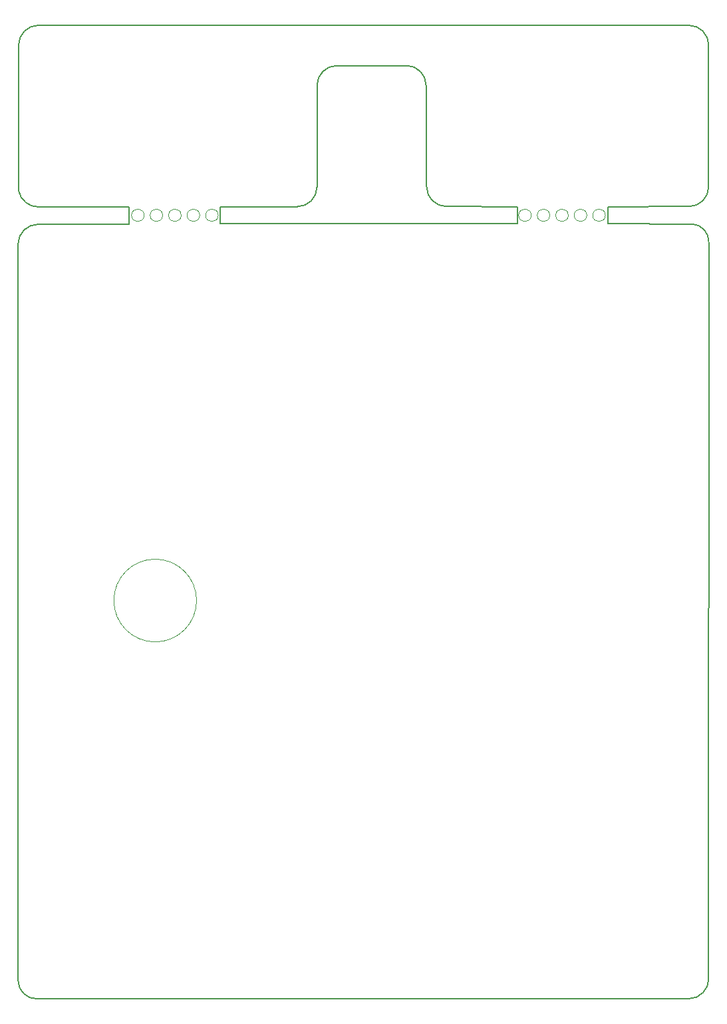
<source format=gbr>
%TF.GenerationSoftware,KiCad,Pcbnew,7.0.6*%
%TF.CreationDate,2023-09-03T15:23:35-03:00*%
%TF.ProjectId,bitdoglab_v41,62697464-6f67-46c6-9162-5f7634312e6b,rev?*%
%TF.SameCoordinates,Original*%
%TF.FileFunction,Profile,NP*%
%FSLAX46Y46*%
G04 Gerber Fmt 4.6, Leading zero omitted, Abs format (unit mm)*
G04 Created by KiCad (PCBNEW 7.0.6) date 2023-09-03 15:23:35*
%MOMM*%
%LPD*%
G01*
G04 APERTURE LIST*
%TA.AperFunction,Profile*%
%ADD10C,0.200000*%
%TD*%
%TA.AperFunction,Profile*%
%ADD11C,0.100000*%
%TD*%
G04 APERTURE END LIST*
D10*
X137501086Y-37334245D02*
X128690914Y-37341817D01*
X90627200Y-57530946D02*
G75*
G03*
X88098400Y-59981437I100J-2530154D01*
G01*
X123611638Y-55293438D02*
G75*
G03*
X126151638Y-52753354I-38J2540038D01*
G01*
X128690914Y-37341860D02*
G75*
G03*
X126150860Y-39881818I-114J-2539940D01*
G01*
X90627200Y-57531000D02*
X102235000Y-57531000D01*
X88156052Y-53247946D02*
G75*
G03*
X90696049Y-55330258I2540048J508046D01*
G01*
D11*
X106499000Y-56388000D02*
G75*
G03*
X106499000Y-56388000I-800000J0D01*
G01*
X155775000Y-56388000D02*
G75*
G03*
X155775000Y-56388000I-800000J0D01*
G01*
D10*
X176003952Y-34742048D02*
G75*
G03*
X173463949Y-32202048I-2540052J-52D01*
G01*
X173463949Y-156083000D02*
X90486000Y-156092685D01*
D11*
X108858000Y-56388000D02*
G75*
G03*
X108858000Y-56388000I-800000J0D01*
G01*
D10*
X173463949Y-55279946D02*
X163195000Y-55346600D01*
X90696051Y-32202051D02*
G75*
G03*
X88156051Y-34742048I-51J-2539949D01*
G01*
X88098468Y-153809035D02*
G75*
G03*
X90486000Y-156092684I2358732J76135D01*
G01*
D11*
X113576000Y-56388000D02*
G75*
G03*
X113576000Y-56388000I-800000J0D01*
G01*
X153416000Y-56388000D02*
G75*
G03*
X153416000Y-56388000I-800000J0D01*
G01*
D10*
X102235000Y-55346600D02*
X90696049Y-55330258D01*
X151638000Y-55346600D02*
X151638000Y-57429400D01*
D11*
X104140000Y-56388000D02*
G75*
G03*
X104140000Y-56388000I-800000J0D01*
G01*
D10*
X88156052Y-53247946D02*
X88156051Y-34742048D01*
X140041055Y-39874182D02*
G75*
G03*
X137501086Y-37334245I-2540055J-118D01*
G01*
X176003949Y-34742048D02*
X176003949Y-52739946D01*
X176022069Y-59867803D02*
G75*
G03*
X173848800Y-57492237I-2261569J112903D01*
G01*
X126150860Y-39881818D02*
X126151638Y-52753354D01*
D11*
X110820200Y-105410000D02*
G75*
G03*
X110820200Y-105410000I-5268587J0D01*
G01*
D10*
X151638000Y-55346600D02*
X142630635Y-55274348D01*
X163195000Y-55346600D02*
X163195000Y-57429400D01*
X173463949Y-55279949D02*
G75*
G03*
X176003949Y-52739946I-49J2540049D01*
G01*
X113792000Y-57429400D02*
X151638000Y-57429400D01*
D11*
X160493000Y-56388000D02*
G75*
G03*
X160493000Y-56388000I-800000J0D01*
G01*
D10*
X123611638Y-55293354D02*
X113792000Y-55346600D01*
X173848800Y-57492237D02*
X163195000Y-57429400D01*
D11*
X111217000Y-56388000D02*
G75*
G03*
X111217000Y-56388000I-800000J0D01*
G01*
X162852000Y-56388000D02*
G75*
G03*
X162852000Y-56388000I-800000J0D01*
G01*
D10*
X113792000Y-55346600D02*
X113792000Y-57429400D01*
X176022000Y-59867800D02*
X176003949Y-153524963D01*
X173463949Y-156082985D02*
G75*
G03*
X176003949Y-153524963I-18149J2558085D01*
G01*
X140090652Y-52734348D02*
G75*
G03*
X142630635Y-55274348I2539948J-52D01*
G01*
D11*
X158134000Y-56388000D02*
G75*
G03*
X158134000Y-56388000I-800000J0D01*
G01*
D10*
X88098400Y-153809037D02*
X88098400Y-59981437D01*
X90696051Y-32202048D02*
X173463949Y-32202048D01*
X140090635Y-52734348D02*
X140041086Y-39874182D01*
X102235000Y-55346600D02*
X102235000Y-57531000D01*
M02*

</source>
